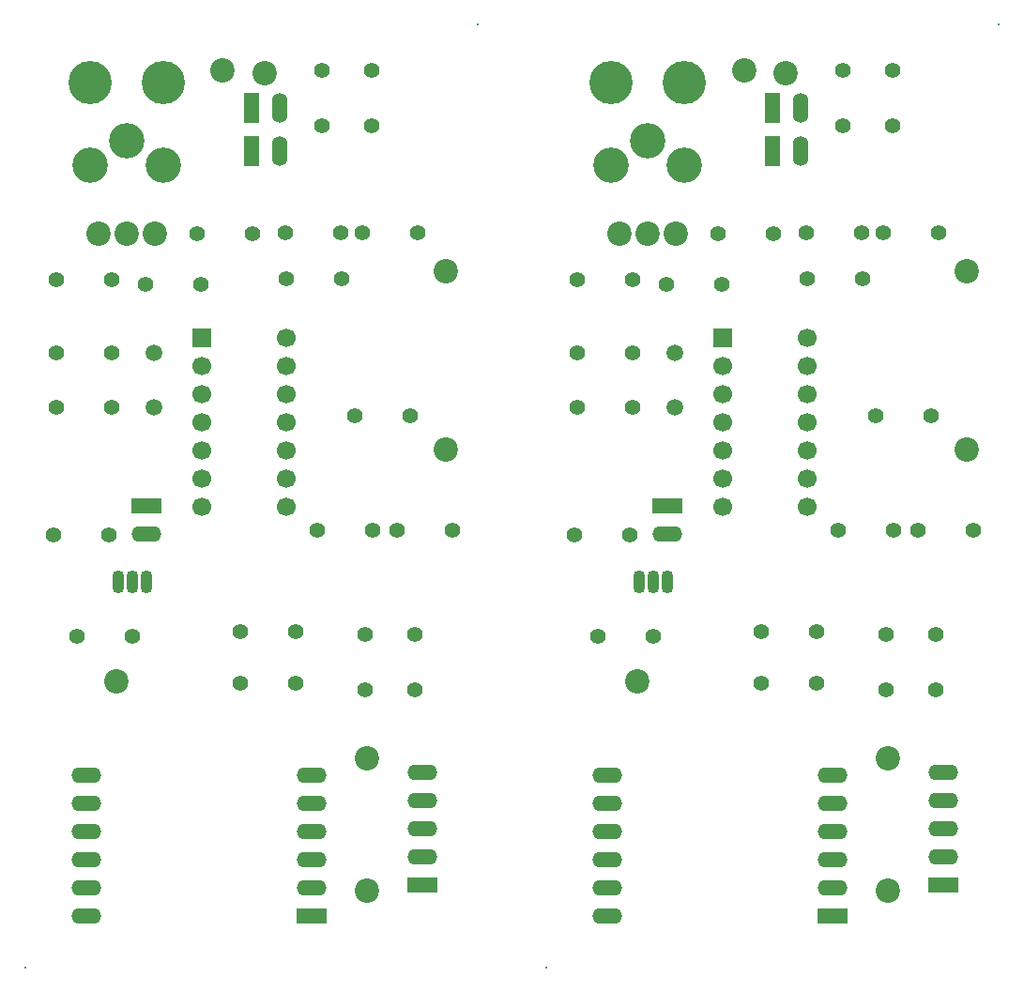
<source format=gbs>
%FSLAX44Y44*%
%MOMM*%
G71*
G01*
G75*
G04 Layer_Color=16711935*
%ADD10C,0.4000*%
%ADD11C,0.2500*%
%ADD12C,0.2000*%
%ADD13C,0.6000*%
%ADD14C,0.2540*%
%ADD15O,1.4000X0.4500*%
%ADD16O,0.4500X1.4000*%
%ADD17O,0.6000X1.9000*%
%ADD18O,0.4900X1.4400*%
%ADD19O,0.8000X2.1000*%
%ADD20C,2.2000*%
%ADD21O,1.4000X2.7000*%
%ADD22R,1.4000X2.7000*%
%ADD23C,1.4000*%
%ADD24O,1.1000X2.1000*%
%ADD25O,1.1000X2.1000*%
%ADD26R,1.7000X1.7000*%
%ADD27C,1.7000*%
%ADD28C,1.5000*%
%ADD29C,3.2000*%
%ADD30C,3.9000*%
%ADD31R,2.7000X1.4000*%
%ADD32O,2.7000X1.4000*%
%ADD33C,0.2000*%
D20*
X401000Y488650D02*
D03*
Y650250D02*
D03*
X104000Y279900D02*
D03*
X138800Y683900D02*
D03*
X113400D02*
D03*
X88000D02*
D03*
X330050Y90900D02*
D03*
Y210900D02*
D03*
X200000Y830900D02*
D03*
X238000Y828900D02*
D03*
X871000Y488650D02*
D03*
Y650250D02*
D03*
X574000Y279900D02*
D03*
X608800Y683900D02*
D03*
X583400D02*
D03*
X558000D02*
D03*
X800050Y90900D02*
D03*
Y210900D02*
D03*
X670000Y830900D02*
D03*
X708000Y828900D02*
D03*
D21*
X251400Y796900D02*
D03*
X251400Y757900D02*
D03*
X721400Y796900D02*
D03*
X721400Y757900D02*
D03*
D22*
X226000Y796900D02*
D03*
X226000Y757900D02*
D03*
X696000Y796900D02*
D03*
X696000Y757900D02*
D03*
D23*
X180000Y637900D02*
D03*
X130000D02*
D03*
X325500Y684900D02*
D03*
X375500D02*
D03*
X307000Y642900D02*
D03*
X257000D02*
D03*
X266000Y324900D02*
D03*
X216000D02*
D03*
Y277900D02*
D03*
X266000D02*
D03*
X118000Y320900D02*
D03*
X68000D02*
D03*
X97000Y411900D02*
D03*
X47000D02*
D03*
X177000Y683900D02*
D03*
X227000D02*
D03*
X100000Y642650D02*
D03*
X50000D02*
D03*
X334293Y780900D02*
D03*
Y830900D02*
D03*
X289293Y780900D02*
D03*
Y830900D02*
D03*
X306000Y684900D02*
D03*
X256000D02*
D03*
X319000Y519900D02*
D03*
X369000D02*
D03*
X357000Y415900D02*
D03*
X407000D02*
D03*
X335000D02*
D03*
X285000D02*
D03*
X99520Y527100D02*
D03*
X49520D02*
D03*
X100000Y575900D02*
D03*
X50000D02*
D03*
X373000Y321900D02*
D03*
Y271900D02*
D03*
X328000Y321900D02*
D03*
Y271900D02*
D03*
X650000Y637900D02*
D03*
X600000D02*
D03*
X795500Y684900D02*
D03*
X845500D02*
D03*
X777000Y642900D02*
D03*
X727000D02*
D03*
X736000Y324900D02*
D03*
X686000D02*
D03*
Y277900D02*
D03*
X736000D02*
D03*
X588000Y320900D02*
D03*
X538000D02*
D03*
X567000Y411900D02*
D03*
X517000D02*
D03*
X647000Y683900D02*
D03*
X697000D02*
D03*
X570000Y642650D02*
D03*
X520000D02*
D03*
X804293Y780900D02*
D03*
Y830900D02*
D03*
X759293Y780900D02*
D03*
Y830900D02*
D03*
X776000Y684900D02*
D03*
X726000D02*
D03*
X789000Y519900D02*
D03*
X839000D02*
D03*
X827000Y415900D02*
D03*
X877000D02*
D03*
X805000D02*
D03*
X755000D02*
D03*
X569520Y527100D02*
D03*
X519520D02*
D03*
X570000Y575900D02*
D03*
X520000D02*
D03*
X843000Y321900D02*
D03*
Y271900D02*
D03*
X798000Y321900D02*
D03*
Y271900D02*
D03*
D24*
X130700Y369900D02*
D03*
X600700D02*
D03*
D25*
X118000D02*
D03*
X105300D02*
D03*
X588000D02*
D03*
X575300D02*
D03*
D26*
X180900Y590100D02*
D03*
X650900D02*
D03*
D27*
X180900Y564700D02*
D03*
Y539300D02*
D03*
Y513900D02*
D03*
Y488500D02*
D03*
Y463100D02*
D03*
Y437700D02*
D03*
X257100Y590100D02*
D03*
Y564700D02*
D03*
Y539300D02*
D03*
Y513900D02*
D03*
Y488500D02*
D03*
Y463100D02*
D03*
Y437700D02*
D03*
X650900Y564700D02*
D03*
Y539300D02*
D03*
Y513900D02*
D03*
Y488500D02*
D03*
Y463100D02*
D03*
Y437700D02*
D03*
X727100Y590100D02*
D03*
Y564700D02*
D03*
Y539300D02*
D03*
Y513900D02*
D03*
Y488500D02*
D03*
Y463100D02*
D03*
Y437700D02*
D03*
D28*
X138000Y527100D02*
D03*
Y575900D02*
D03*
X608000Y527100D02*
D03*
Y575900D02*
D03*
D29*
X80000Y745900D02*
D03*
X113000Y767900D02*
D03*
X146000Y745900D02*
D03*
X550000D02*
D03*
X583000Y767900D02*
D03*
X616000Y745900D02*
D03*
D30*
X80000Y819900D02*
D03*
X146000D02*
D03*
X550000D02*
D03*
X616000D02*
D03*
D31*
X380050Y95900D02*
D03*
X131000Y437900D02*
D03*
X280000Y67900D02*
D03*
X850050Y95900D02*
D03*
X601000Y437900D02*
D03*
X750000Y67900D02*
D03*
D32*
X380050Y121300D02*
D03*
Y146700D02*
D03*
Y172100D02*
D03*
Y197500D02*
D03*
X131000Y412500D02*
D03*
X76800Y194900D02*
D03*
Y169500D02*
D03*
Y144100D02*
D03*
Y118700D02*
D03*
Y93300D02*
D03*
Y67900D02*
D03*
X280000Y194900D02*
D03*
Y169500D02*
D03*
Y144100D02*
D03*
Y118700D02*
D03*
Y93300D02*
D03*
X850050Y121300D02*
D03*
Y146700D02*
D03*
Y172100D02*
D03*
Y197500D02*
D03*
X601000Y412500D02*
D03*
X546800Y194900D02*
D03*
Y169500D02*
D03*
Y144100D02*
D03*
Y118700D02*
D03*
Y93300D02*
D03*
Y67900D02*
D03*
X750000Y194900D02*
D03*
Y169500D02*
D03*
Y144100D02*
D03*
Y118700D02*
D03*
Y93300D02*
D03*
D33*
X22000Y22000D02*
D03*
X430000Y872500D02*
D03*
X492000Y22000D02*
D03*
X900000Y872500D02*
D03*
M02*

</source>
